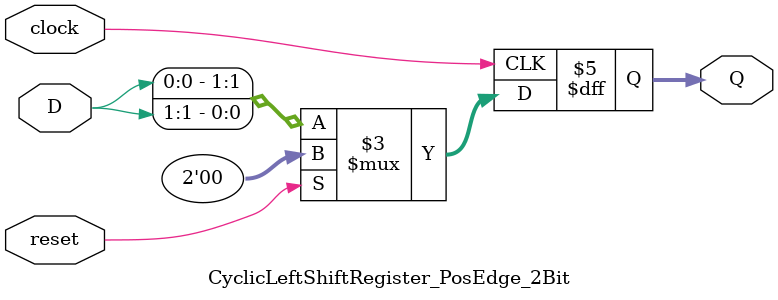
<source format=v>
module CyclicLeftShiftRegister_PosEdge_2Bit (clock, reset, D, Q);
    input clock;
    input reset;
    input [1:0] D;
    output reg [1:0] Q;

    always @(posedge clock)
    begin
        if (reset)
            Q <= 2'b00;
        else
            Q <= {D[0:0], D[1]};        
    end
endmodule

</source>
